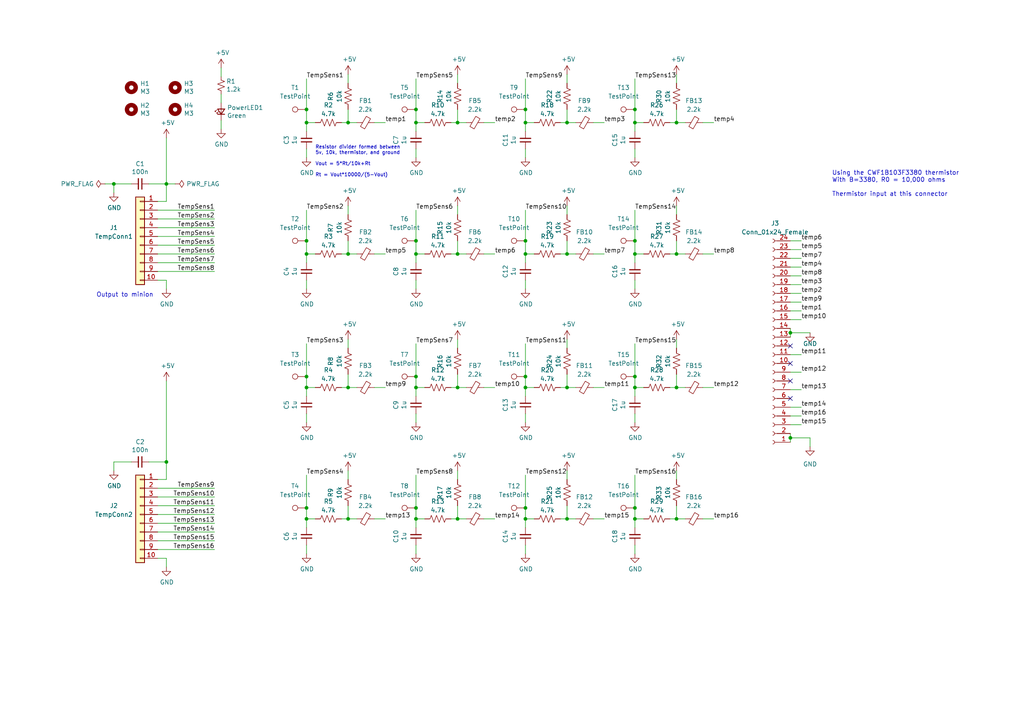
<source format=kicad_sch>
(kicad_sch (version 20211123) (generator eeschema)
  (paper "A4")
  (title_block (title "MinionShield") (date "10/8/22") (rev "2.2"))
  (junction (at 88.9 112.395))
  (junction (at 184.15 73.66))
  (junction (at 164.465 112.395))
  (junction (at 184.15 147.32))
  (junction (at 132.715 35.56))
  (junction (at 196.215 150.495))
  (junction (at 88.9 31.75))
  (junction (at 120.65 35.56))
  (junction (at 184.15 35.56))
  (junction (at 48.26 133.985))
  (junction (at 88.9 73.66))
  (junction (at 196.215 73.66))
  (junction (at 48.26 53.34))
  (junction (at 152.4 112.395))
  (junction (at 120.65 109.22))
  (junction (at 132.715 150.495))
  (junction (at 120.65 147.32))
  (junction (at 184.15 112.395))
  (junction (at 100.965 35.56))
  (junction (at 88.9 109.22))
  (junction (at 120.65 150.495))
  (junction (at 100.965 112.395))
  (junction (at 120.65 69.85))
  (junction (at 152.4 35.56))
  (junction (at 33.02 53.34))
  (junction (at 88.9 147.32))
  (junction (at 152.4 150.495))
  (junction (at 184.15 150.495))
  (junction (at 152.4 147.32))
  (junction (at 100.965 150.495))
  (junction (at 132.715 112.395))
  (junction (at 184.15 31.75))
  (junction (at 196.215 112.395))
  (junction (at 152.4 31.75))
  (junction (at 88.9 150.495))
  (junction (at 164.465 35.56))
  (junction (at 184.15 109.22))
  (junction (at 152.4 69.85))
  (junction (at 229.235 127))
  (junction (at 184.15 69.85))
  (junction (at 164.465 73.66))
  (junction (at 100.965 73.66))
  (junction (at 120.65 112.395))
  (junction (at 152.4 109.22))
  (junction (at 120.65 73.66))
  (junction (at 196.215 35.56))
  (junction (at 164.465 150.495))
  (junction (at 229.235 96.52))
  (junction (at 132.715 73.66))
  (junction (at 120.65 31.75))
  (junction (at 152.4 73.66))
  (junction (at 88.9 69.85))
  (junction (at 88.9 35.56))
  (no_connect (at 229.235 100.33))
  (no_connect (at 229.235 105.41))
  (no_connect (at 229.235 110.49))
  (no_connect (at 229.235 115.57))
  (wire (pts (xy 186.69 73.66) (xy 184.15 73.66)))
  (wire (pts (xy 130.81 35.56) (xy 132.715 35.56)))
  (wire (pts (xy 184.15 73.66) (xy 184.15 76.2)))
  (wire (pts (xy 184.15 99.695) (xy 184.15 109.22)))
  (wire (pts (xy 64.135 19.685) (xy 64.135 22.225)))
  (wire (pts (xy 108.585 35.56) (xy 111.76 35.56)))
  (wire (pts (xy 229.235 95.25) (xy 229.235 96.52)))
  (wire (pts (xy 184.15 112.395) (xy 184.15 114.935)))
  (wire (pts (xy 152.4 147.32) (xy 152.4 150.495)))
  (wire (pts (xy 100.965 21.59) (xy 100.965 24.13)))
  (wire (pts (xy 184.15 120.015) (xy 184.15 122.555)))
  (wire (pts (xy 45.72 66.04) (xy 62.23 66.04)))
  (wire (pts (xy 232.41 74.93) (xy 229.235 74.93)))
  (wire (pts (xy 196.215 73.66) (xy 198.755 73.66)))
  (wire (pts (xy 120.65 43.18) (xy 120.65 45.72)))
  (wire (pts (xy 196.215 98.425) (xy 196.215 100.965)))
  (wire (pts (xy 184.15 137.795) (xy 184.15 147.32)))
  (wire (pts (xy 186.69 112.395) (xy 184.15 112.395)))
  (wire (pts (xy 162.56 35.56) (xy 164.465 35.56)))
  (wire (pts (xy 232.41 102.87) (xy 229.235 102.87)))
  (wire (pts (xy 108.585 150.495) (xy 111.76 150.495)))
  (wire (pts (xy 172.085 150.495) (xy 175.26 150.495)))
  (wire (pts (xy 100.965 69.85) (xy 100.965 73.66)))
  (wire (pts (xy 184.15 158.115) (xy 184.15 160.655)))
  (wire (pts (xy 33.02 133.985) (xy 33.02 136.525)))
  (wire (pts (xy 33.02 53.34) (xy 33.02 55.88)))
  (wire (pts (xy 132.715 150.495) (xy 135.255 150.495)))
  (wire (pts (xy 164.465 21.59) (xy 164.465 24.13)))
  (wire (pts (xy 196.215 136.525) (xy 196.215 139.065)))
  (wire (pts (xy 45.72 156.845) (xy 62.23 156.845)))
  (wire (pts (xy 229.235 127) (xy 234.95 127)))
  (wire (pts (xy 172.085 73.66) (xy 175.26 73.66)))
  (wire (pts (xy 194.31 112.395) (xy 196.215 112.395)))
  (wire (pts (xy 30.48 53.34) (xy 33.02 53.34)))
  (wire (pts (xy 88.9 158.115) (xy 88.9 160.655)))
  (wire (pts (xy 91.44 35.56) (xy 88.9 35.56)))
  (wire (pts (xy 99.06 112.395) (xy 100.965 112.395)))
  (wire (pts (xy 48.26 133.985) (xy 48.26 139.065)))
  (wire (pts (xy 91.44 112.395) (xy 88.9 112.395)))
  (wire (pts (xy 232.41 92.71) (xy 229.235 92.71)))
  (wire (pts (xy 184.15 22.86) (xy 184.15 31.75)))
  (wire (pts (xy 154.94 150.495) (xy 152.4 150.495)))
  (wire (pts (xy 140.335 73.66) (xy 143.51 73.66)))
  (wire (pts (xy 88.9 43.18) (xy 88.9 45.72)))
  (wire (pts (xy 48.26 53.34) (xy 43.18 53.34)))
  (wire (pts (xy 152.4 73.66) (xy 152.4 76.2)))
  (wire (pts (xy 48.26 83.82) (xy 48.26 81.28)))
  (wire (pts (xy 99.06 150.495) (xy 100.965 150.495)))
  (wire (pts (xy 88.9 31.75) (xy 88.9 35.56)))
  (wire (pts (xy 194.31 35.56) (xy 196.215 35.56)))
  (wire (pts (xy 48.26 161.925) (xy 45.72 161.925)))
  (wire (pts (xy 132.715 21.59) (xy 132.715 24.13)))
  (wire (pts (xy 232.41 77.47) (xy 229.235 77.47)))
  (wire (pts (xy 100.965 108.585) (xy 100.965 112.395)))
  (wire (pts (xy 184.15 60.96) (xy 184.15 69.85)))
  (wire (pts (xy 184.15 147.32) (xy 184.15 150.495)))
  (wire (pts (xy 88.9 73.66) (xy 88.9 76.2)))
  (wire (pts (xy 132.715 98.425) (xy 132.715 100.965)))
  (wire (pts (xy 132.715 31.75) (xy 132.715 35.56)))
  (wire (pts (xy 152.4 158.115) (xy 152.4 160.655)))
  (wire (pts (xy 164.465 69.85) (xy 164.465 73.66)))
  (wire (pts (xy 48.26 133.985) (xy 43.18 133.985)))
  (wire (pts (xy 99.06 73.66) (xy 100.965 73.66)))
  (wire (pts (xy 196.215 112.395) (xy 198.755 112.395)))
  (wire (pts (xy 100.965 73.66) (xy 103.505 73.66)))
  (wire (pts (xy 152.4 137.795) (xy 152.4 147.32)))
  (wire (pts (xy 152.4 22.86) (xy 152.4 31.75)))
  (wire (pts (xy 232.41 69.85) (xy 229.235 69.85)))
  (wire (pts (xy 232.41 107.95) (xy 229.235 107.95)))
  (wire (pts (xy 120.65 73.66) (xy 120.65 76.2)))
  (wire (pts (xy 232.41 123.19) (xy 229.235 123.19)))
  (wire (pts (xy 164.465 112.395) (xy 167.005 112.395)))
  (wire (pts (xy 108.585 112.395) (xy 111.76 112.395)))
  (wire (pts (xy 62.23 141.605) (xy 45.72 141.605)))
  (wire (pts (xy 232.41 87.63) (xy 229.235 87.63)))
  (wire (pts (xy 100.965 146.685) (xy 100.965 150.495)))
  (wire (pts (xy 62.23 60.96) (xy 45.72 60.96)))
  (wire (pts (xy 88.9 147.32) (xy 88.9 150.495)))
  (wire (pts (xy 88.9 60.96) (xy 88.9 69.85)))
  (wire (pts (xy 88.9 69.85) (xy 88.9 73.66)))
  (wire (pts (xy 132.715 59.69) (xy 132.715 62.23)))
  (wire (pts (xy 140.335 35.56) (xy 143.51 35.56)))
  (wire (pts (xy 91.44 73.66) (xy 88.9 73.66)))
  (wire (pts (xy 100.965 31.75) (xy 100.965 35.56)))
  (wire (pts (xy 203.835 112.395) (xy 207.01 112.395)))
  (wire (pts (xy 120.65 69.85) (xy 120.65 73.66)))
  (wire (pts (xy 140.335 150.495) (xy 143.51 150.495)))
  (wire (pts (xy 45.72 76.2) (xy 62.23 76.2)))
  (wire (pts (xy 48.26 110.49) (xy 48.26 133.985)))
  (wire (pts (xy 203.835 35.56) (xy 207.01 35.56)))
  (wire (pts (xy 229.235 96.52) (xy 234.95 96.52)))
  (wire (pts (xy 152.4 150.495) (xy 152.4 153.035)))
  (wire (pts (xy 132.715 73.66) (xy 135.255 73.66)))
  (wire (pts (xy 48.26 81.28) (xy 45.72 81.28)))
  (wire (pts (xy 184.15 69.85) (xy 184.15 73.66)))
  (wire (pts (xy 64.135 37.465) (xy 64.135 34.925)))
  (wire (pts (xy 196.215 150.495) (xy 198.755 150.495)))
  (wire (pts (xy 164.465 146.685) (xy 164.465 150.495)))
  (wire (pts (xy 120.65 35.56) (xy 120.65 38.1)))
  (wire (pts (xy 196.215 21.59) (xy 196.215 24.13)))
  (wire (pts (xy 162.56 150.495) (xy 164.465 150.495)))
  (wire (pts (xy 120.65 60.96) (xy 120.65 69.85)))
  (wire (pts (xy 120.65 99.695) (xy 120.65 109.22)))
  (wire (pts (xy 48.26 58.42) (xy 45.72 58.42)))
  (wire (pts (xy 164.465 73.66) (xy 167.005 73.66)))
  (wire (pts (xy 152.4 35.56) (xy 152.4 38.1)))
  (wire (pts (xy 164.465 98.425) (xy 164.465 100.965)))
  (wire (pts (xy 64.135 29.845) (xy 64.135 27.305)))
  (wire (pts (xy 132.715 136.525) (xy 132.715 139.065)))
  (wire (pts (xy 132.715 112.395) (xy 135.255 112.395)))
  (wire (pts (xy 164.465 59.69) (xy 164.465 62.23)))
  (wire (pts (xy 196.215 146.685) (xy 196.215 150.495)))
  (wire (pts (xy 152.4 112.395) (xy 152.4 114.935)))
  (wire (pts (xy 196.215 59.69) (xy 196.215 62.23)))
  (wire (pts (xy 120.65 109.22) (xy 120.65 112.395)))
  (wire (pts (xy 38.1 133.985) (xy 33.02 133.985)))
  (wire (pts (xy 164.465 35.56) (xy 167.005 35.56)))
  (wire (pts (xy 229.235 127) (xy 229.235 128.27)))
  (wire (pts (xy 184.15 43.18) (xy 184.15 45.72)))
  (wire (pts (xy 120.65 158.115) (xy 120.65 160.655)))
  (wire (pts (xy 45.72 159.385) (xy 62.23 159.385)))
  (wire (pts (xy 184.15 109.22) (xy 184.15 112.395)))
  (wire (pts (xy 154.94 35.56) (xy 152.4 35.56)))
  (wire (pts (xy 184.15 150.495) (xy 184.15 153.035)))
  (wire (pts (xy 48.26 40.005) (xy 48.26 53.34)))
  (wire (pts (xy 123.19 73.66) (xy 120.65 73.66)))
  (wire (pts (xy 88.9 109.22) (xy 88.9 112.395)))
  (wire (pts (xy 234.95 127) (xy 234.95 129.54)))
  (wire (pts (xy 45.72 68.58) (xy 62.23 68.58)))
  (wire (pts (xy 172.085 35.56) (xy 175.26 35.56)))
  (wire (pts (xy 100.965 35.56) (xy 103.505 35.56)))
  (wire (pts (xy 232.41 120.65) (xy 229.235 120.65)))
  (wire (pts (xy 162.56 73.66) (xy 164.465 73.66)))
  (wire (pts (xy 48.26 53.34) (xy 48.26 58.42)))
  (wire (pts (xy 100.965 59.69) (xy 100.965 62.23)))
  (wire (pts (xy 120.65 22.86) (xy 120.65 31.75)))
  (wire (pts (xy 88.9 99.695) (xy 88.9 109.22)))
  (wire (pts (xy 232.41 72.39) (xy 229.235 72.39)))
  (wire (pts (xy 132.715 146.685) (xy 132.715 150.495)))
  (wire (pts (xy 140.335 112.395) (xy 143.51 112.395)))
  (wire (pts (xy 172.085 112.395) (xy 175.26 112.395)))
  (wire (pts (xy 132.715 69.85) (xy 132.715 73.66)))
  (wire (pts (xy 194.31 150.495) (xy 196.215 150.495)))
  (wire (pts (xy 45.72 146.685) (xy 62.23 146.685)))
  (wire (pts (xy 152.4 120.015) (xy 152.4 122.555)))
  (wire (pts (xy 123.19 112.395) (xy 120.65 112.395)))
  (wire (pts (xy 123.19 35.56) (xy 120.65 35.56)))
  (wire (pts (xy 45.72 63.5) (xy 62.23 63.5)))
  (wire (pts (xy 196.215 69.85) (xy 196.215 73.66)))
  (wire (pts (xy 120.65 147.32) (xy 120.65 150.495)))
  (wire (pts (xy 100.965 98.425) (xy 100.965 100.965)))
  (wire (pts (xy 184.15 31.75) (xy 184.15 35.56)))
  (wire (pts (xy 130.81 150.495) (xy 132.715 150.495)))
  (wire (pts (xy 152.4 60.96) (xy 152.4 69.85)))
  (wire (pts (xy 232.41 82.55) (xy 229.235 82.55)))
  (wire (pts (xy 120.65 31.75) (xy 120.65 35.56)))
  (wire (pts (xy 45.72 154.305) (xy 62.23 154.305)))
  (wire (pts (xy 45.72 73.66) (xy 62.23 73.66)))
  (wire (pts (xy 232.41 90.17) (xy 229.235 90.17)))
  (wire (pts (xy 132.715 108.585) (xy 132.715 112.395)))
  (wire (pts (xy 194.31 73.66) (xy 196.215 73.66)))
  (wire (pts (xy 91.44 150.495) (xy 88.9 150.495)))
  (wire (pts (xy 232.41 80.01) (xy 229.235 80.01)))
  (wire (pts (xy 120.65 112.395) (xy 120.65 114.935)))
  (wire (pts (xy 232.41 118.11) (xy 229.235 118.11)))
  (wire (pts (xy 186.69 35.56) (xy 184.15 35.56)))
  (wire (pts (xy 88.9 81.28) (xy 88.9 83.82)))
  (wire (pts (xy 120.65 120.015) (xy 120.65 122.555)))
  (wire (pts (xy 203.835 150.495) (xy 207.01 150.495)))
  (wire (pts (xy 100.965 150.495) (xy 103.505 150.495)))
  (wire (pts (xy 45.72 144.145) (xy 62.23 144.145)))
  (wire (pts (xy 45.72 71.12) (xy 62.23 71.12)))
  (wire (pts (xy 88.9 112.395) (xy 88.9 114.935)))
  (wire (pts (xy 229.235 125.73) (xy 229.235 127)))
  (wire (pts (xy 88.9 35.56) (xy 88.9 38.1)))
  (wire (pts (xy 38.1 53.34) (xy 33.02 53.34)))
  (wire (pts (xy 154.94 73.66) (xy 152.4 73.66)))
  (wire (pts (xy 164.465 31.75) (xy 164.465 35.56)))
  (wire (pts (xy 88.9 150.495) (xy 88.9 153.035)))
  (wire (pts (xy 108.585 73.66) (xy 111.76 73.66)))
  (wire (pts (xy 162.56 112.395) (xy 164.465 112.395)))
  (wire (pts (xy 88.9 120.015) (xy 88.9 122.555)))
  (wire (pts (xy 186.69 150.495) (xy 184.15 150.495)))
  (wire (pts (xy 130.81 73.66) (xy 132.715 73.66)))
  (wire (pts (xy 196.215 108.585) (xy 196.215 112.395)))
  (wire (pts (xy 48.26 164.465) (xy 48.26 161.925)))
  (wire (pts (xy 152.4 43.18) (xy 152.4 45.72)))
  (wire (pts (xy 196.215 35.56) (xy 198.755 35.56)))
  (wire (pts (xy 152.4 31.75) (xy 152.4 35.56)))
  (wire (pts (xy 232.41 85.09) (xy 229.235 85.09)))
  (wire (pts (xy 232.41 113.03) (xy 229.235 113.03)))
  (wire (pts (xy 229.235 96.52) (xy 229.235 97.79)))
  (wire (pts (xy 130.81 112.395) (xy 132.715 112.395)))
  (wire (pts (xy 152.4 99.695) (xy 152.4 109.22)))
  (wire (pts (xy 184.15 35.56) (xy 184.15 38.1)))
  (wire (pts (xy 164.465 108.585) (xy 164.465 112.395)))
  (wire (pts (xy 88.9 22.86) (xy 88.9 31.75)))
  (wire (pts (xy 48.26 139.065) (xy 45.72 139.065)))
  (wire (pts (xy 45.72 149.225) (xy 62.23 149.225)))
  (wire (pts (xy 164.465 150.495) (xy 167.005 150.495)))
  (wire (pts (xy 123.19 150.495) (xy 120.65 150.495)))
  (wire (pts (xy 164.465 136.525) (xy 164.465 139.065)))
  (wire (pts (xy 100.965 112.395) (xy 103.505 112.395)))
  (wire (pts (xy 152.4 81.28) (xy 152.4 83.82)))
  (wire (pts (xy 99.06 35.56) (xy 100.965 35.56)))
  (wire (pts (xy 152.4 69.85) (xy 152.4 73.66)))
  (wire (pts (xy 196.215 31.75) (xy 196.215 35.56)))
  (wire (pts (xy 120.65 137.795) (xy 120.65 147.32)))
  (wire (pts (xy 100.965 136.525) (xy 100.965 139.065)))
  (wire (pts (xy 120.65 81.28) (xy 120.65 83.82)))
  (wire (pts (xy 45.72 151.765) (xy 62.23 151.765)))
  (wire (pts (xy 184.15 81.28) (xy 184.15 83.82)))
  (wire (pts (xy 203.835 73.66) (xy 207.01 73.66)))
  (wire (pts (xy 50.8 53.34) (xy 48.26 53.34)))
  (wire (pts (xy 154.94 112.395) (xy 152.4 112.395)))
  (wire (pts (xy 45.72 78.74) (xy 62.23 78.74)))
  (wire (pts (xy 132.715 35.56) (xy 135.255 35.56)))
  (wire (pts (xy 88.9 137.795) (xy 88.9 147.32)))
  (wire (pts (xy 120.65 150.495) (xy 120.65 153.035)))
  (wire (pts (xy 152.4 109.22) (xy 152.4 112.395)))
  (text "Using the CWF1B103F3380 thermistor\nWith B=3380, R0 = 10,000 ohms\n\nThermistor input at this connector" (at 241.3 57.15 0) (effects (font (size 1.27 1.27)) (justify left bottom)))
  (text "Output to minion" (at 27.94 86.36 0) (effects (font (size 1.27 1.27)) (justify left bottom)))
  (text "Resistor divider formed between \n5v, 10k, thermistor, and ground\n\nVout = 5*Rt/10k+Rt\n\nRt = Vout*10000/(5-Vout)" (at 91.44 51.435 0) (effects (font (size 1 1)) (justify left bottom)))
  (label "temp16" (at 207.01 150.495 0))
  (label "TempSens15" (at 62.23 156.845 180))
  (label "TempSens2" (at 88.9 60.96 0))
  (label "TempSens3" (at 62.23 66.04 180))
  (label "TempSens7" (at 120.65 99.695 0))
  (label "temp2" (at 232.41 85.09 0))
  (label "temp5" (at 111.76 73.66 0))
  (label "temp9" (at 111.76 112.395 0))
  (label "TempSens13" (at 184.15 22.86 0))
  (label "temp12" (at 232.41 107.95 0))
  (label "TempSens8" (at 62.23 78.74 180))
  (label "TempSens12" (at 152.4 137.795 0))
  (label "TempSens13" (at 62.23 151.765 180))
  (label "temp5" (at 232.41 72.39 0))
  (label "temp15" (at 232.41 123.19 0))
  (label "temp15" (at 175.26 150.495 0))
  (label "TempSens1" (at 62.23 60.96 180))
  (label "temp8" (at 232.41 80.01 0))
  (label "TempSens9" (at 152.4 22.86 0))
  (label "TempSens11" (at 62.23 146.685 180))
  (label "TempSens4" (at 88.9 137.795 0))
  (label "TempSens16" (at 62.23 159.385 180))
  (label "TempSens9" (at 62.23 141.605 180))
  (label "temp13" (at 111.76 150.495 0))
  (label "TempSens8" (at 120.65 137.795 0))
  (label "temp3" (at 232.41 82.55 0))
  (label "temp11" (at 175.26 112.395 0))
  (label "temp10" (at 143.51 112.395 0))
  (label "TempSens14" (at 62.23 154.305 180))
  (label "TempSens12" (at 62.23 149.225 180))
  (label "TempSens10" (at 152.4 60.96 0))
  (label "temp1" (at 232.41 90.17 0))
  (label "TempSens10" (at 62.23 144.145 180))
  (label "temp2" (at 143.51 35.56 0))
  (label "temp7" (at 175.26 73.66 0))
  (label "temp14" (at 143.51 150.495 0))
  (label "temp12" (at 207.01 112.395 0))
  (label "temp6" (at 232.41 69.85 0))
  (label "TempSens5" (at 120.65 22.86 0))
  (label "temp13" (at 232.41 113.03 0))
  (label "temp16" (at 232.41 120.65 0))
  (label "TempSens11" (at 152.4 99.695 0))
  (label "TempSens15" (at 184.15 99.695 0))
  (label "temp4" (at 207.01 35.56 0))
  (label "TempSens1" (at 88.9 22.86 0))
  (label "TempSens14" (at 184.15 60.96 0))
  (label "temp6" (at 143.51 73.66 0))
  (label "TempSens4" (at 62.23 68.58 180))
  (label "TempSens3" (at 88.9 99.695 0))
  (label "temp11" (at 232.41 102.87 0))
  (label "temp1" (at 111.76 35.56 0))
  (label "temp3" (at 175.26 35.56 0))
  (label "TempSens16" (at 184.15 137.795 0))
  (label "temp14" (at 232.41 118.11 0))
  (label "TempSens2" (at 62.23 63.5 180))
  (label "temp9" (at 232.41 87.63 0))
  (label "TempSens7" (at 62.23 76.2 180))
  (label "TempSens6" (at 62.23 73.66 180))
  (label "TempSens6" (at 120.65 60.96 0))
  (label "TempSens5" (at 62.23 71.12 180))
  (label "temp8" (at 207.01 73.66 0))
  (label "temp7" (at 232.41 74.93 0))
  (label "temp10" (at 232.41 92.71 0))
  (label "temp4" (at 232.41 77.47 0))
  (symbol (lib_id "Connector_Generic:Conn_01x10") (at 40.64 149.225 0) (mirror y) (unit 1)
    (property "Reference" "J2" (at 33.02 146.685 0))
    (property "Value" "TempConn2" (at 33.02 149.225 0))
    (property "Footprint" "Connector_PinHeader_2.54mm:PinHeader_1x10_P2.54mm_Vertical" (effects hide))
  )
  (symbol (lib_id "power:+5V") (at 48.26 110.49 0) (unit 1)
    (property "Reference" "#PWR05" (effects hide))
    (property "Value" "+5V" (at 48.641 106.0958 0))
  )
  (symbol (lib_id "power:GND") (at 48.26 164.465 0) (unit 1)
    (property "Reference" "#PWR06" (effects hide))
    (property "Value" "GND" (at 48.387 168.8592 0))
  )
  (symbol (lib_id "power:GND") (at 33.02 136.525 0) (unit 1)
    (property "Reference" "#PWR02" (effects hide))
    (property "Value" "GND" (at 33.147 140.9192 0))
  )
  (symbol (lib_id "Connector_Generic:Conn_01x10") (at 40.64 68.58 0) (mirror y) (unit 1)
    (property "Reference" "J1" (at 33.02 66.04 0))
    (property "Value" "TempConn1" (at 33.02 68.58 0))
    (property "Footprint" "Connector_PinHeader_2.54mm:PinHeader_1x10_P2.54mm_Vertical" (effects hide))
  )
  (symbol (lib_id "Device:C_Small") (at 40.64 53.34 270) (unit 1)
    (property "Reference" "C1" (at 40.64 47.5234 90))
    (property "Value" "100n" (at 40.64 49.8348 90))
    (property "Footprint" "Capacitor_SMD:C_0805_2012Metric" (effects hide))
    (property "Datasheet" "https://www.mouser.com/ProductDetail/KEMET/C0805C104K5RAC?qs=r%2FVmNO8Tjq4%2F8ymSnGP6Jw%3D%3D" (effects hide))
  )
  (symbol (lib_id "power:GND") (at 33.02 55.88 0) (unit 1)
    (property "Reference" "#PWR01" (effects hide))
    (property "Value" "GND" (at 33.147 60.2742 0))
  )
  (symbol (lib_id "power:GND") (at 48.26 83.82 0) (unit 1)
    (property "Reference" "#PWR04" (effects hide))
    (property "Value" "GND" (at 48.387 88.2142 0))
  )
  (symbol (lib_id "power:+5V") (at 48.26 40.005 0) (unit 1)
    (property "Reference" "#PWR03" (effects hide))
    (property "Value" "+5V" (at 48.641 35.6108 0))
  )
  (symbol (lib_id "power:PWR_FLAG") (at 50.8 53.34 270) (unit 1)
    (property "Reference" "#FLG02" (effects hide))
    (property "Value" "PWR_FLAG" (at 54.0512 53.34 90) (effects (justify left)))
  )
  (symbol (lib_id "power:PWR_FLAG") (at 30.48 53.34 90) (unit 1)
    (property "Reference" "#FLG01" (effects hide))
    (property "Value" "PWR_FLAG" (at 27.2542 53.34 90) (effects (justify left)))
  )
  (symbol (lib_id "Mechanical:MountingHole") (at 38.1 25.4 0) (unit 1)
    (property "Reference" "H1" (at 40.64 24.2316 0) (effects (justify left)))
    (property "Value" "M3" (at 40.64 26.543 0) (effects (justify left)))
    (property "Footprint" "MountingHole:MountingHole_3mm" (effects hide))
  )
  (symbol (lib_id "Mechanical:MountingHole") (at 50.8 25.4 0) (unit 1)
    (property "Reference" "H3" (at 53.34 24.2316 0) (effects (justify left)))
    (property "Value" "M3" (at 53.34 26.543 0) (effects (justify left)))
    (property "Footprint" "MountingHole:MountingHole_3mm" (effects hide))
  )
  (symbol (lib_id "Mechanical:MountingHole") (at 38.1 31.75 0) (unit 1)
    (property "Reference" "H2" (at 40.64 30.5816 0) (effects (justify left)))
    (property "Value" "M3" (at 40.64 32.893 0) (effects (justify left)))
    (property "Footprint" "MountingHole:MountingHole_3mm" (effects hide))
  )
  (symbol (lib_id "Mechanical:MountingHole") (at 50.8 31.75 0) (unit 1)
    (property "Reference" "H4" (at 53.34 30.5816 0) (effects (justify left)))
    (property "Value" "M3" (at 53.34 32.893 0) (effects (justify left)))
    (property "Footprint" "MountingHole:MountingHole_3mm" (effects hide))
  )
  (symbol (lib_id "Device:R_Small_US") (at 64.135 24.765 0) (unit 1)
    (property "Reference" "R1" (at 65.6336 23.5966 0) (effects (justify left)))
    (property "Value" "1.2k" (at 65.6336 25.908 0) (effects (justify left)))
    (property "Footprint" "Resistor_SMD:R_0805_2012Metric" (effects hide))
  )
  (symbol (lib_id "Device:LED_Small") (at 64.135 32.385 90) (unit 1)
    (property "Reference" "PowerLED1" (at 65.8622 31.2166 90) (effects (justify right)))
    (property "Value" "Green" (at 65.8622 33.528 90) (effects (justify right)))
    (property "Footprint" "LED_SMD:LED_0805_2012Metric" (effects hide))
  )
  (symbol (lib_id "power:GND") (at 64.135 37.465 0) (unit 1)
    (property "Reference" "#PWR08" (effects hide))
    (property "Value" "GND" (at 64.262 41.8592 0))
  )
  (symbol (lib_id "power:+5V") (at 64.135 19.685 0) (unit 1)
    (property "Reference" "#PWR07" (effects hide))
    (property "Value" "+5V" (at 64.516 15.2908 0))
  )
  (symbol (lib_id "power:GND") (at 88.9 45.72 0) (unit 1)
    (property "Reference" "#PWR09" (effects hide))
    (property "Value" "GND" (at 89.027 50.1142 0))
  )
  (symbol (lib_id "power:+5V") (at 100.965 21.59 0) (unit 1)
    (property "Reference" "#PWR013" (effects hide))
    (property "Value" "+5V" (at 101.346 17.1958 0))
  )
  (symbol (lib_id "Device:R_US") (at 132.715 104.775 180) (unit 1)
    (property "Reference" "R16" (at 127.635 104.775 90))
    (property "Value" "10k" (at 130.175 104.775 90))
    (property "Footprint" "Resistor_SMD:R_0603_1608Metric" (effects hide))
  )
  (symbol (lib_id "Device:FerriteBead_Small") (at 169.545 73.66 90) (unit 1)
    (property "Reference" "FB10" (at 169.5069 67.31 90))
    (property "Value" "2.2k" (at 169.5069 69.85 90))
    (property "Footprint" "Inductor_SMD:L_0805_2012Metric" (effects hide))
    (property "Datasheet" "https://www.digikey.com/en/products/detail/laird-signal-integrity-products/HZ0805B222R-10/1236418" (effects hide))
  )
  (symbol (lib_id "Device:R_US") (at 164.465 104.775 180) (unit 1)
    (property "Reference" "R24" (at 159.385 104.775 90))
    (property "Value" "10k" (at 161.925 104.775 90))
    (property "Footprint" "Resistor_SMD:R_0603_1608Metric" (effects hide))
  )
  (symbol (lib_id "Device:C_Small") (at 88.9 40.64 180) (unit 1)
    (property "Reference" "C3" (at 83.0834 40.64 90))
    (property "Value" "1u" (at 85.3948 40.64 90))
    (property "Footprint" "Capacitor_SMD:C_0805_2012Metric" (effects hide))
    (property "Datasheet" "https://www.mouser.com/ProductDetail/KEMET/C0805C105Z4VAC?qs=sGAEpiMZZMsh%252B1woXyUXj53JFndUemCNdo3uFuGOdnU%3D" (effects hide))
  )
  (symbol (lib_id "power:GND") (at 88.9 122.555 0) (unit 1)
    (property "Reference" "#PWR011" (effects hide))
    (property "Value" "GND" (at 89.027 126.9492 0))
  )
  (symbol (lib_id "power:+5V") (at 164.465 98.425 0) (unit 1)
    (property "Reference" "#PWR031" (effects hide))
    (property "Value" "+5V" (at 164.846 94.0308 0))
  )
  (symbol (lib_id "power:GND") (at 234.95 129.54 0) (mirror y) (unit 1)
    (property "Reference" "#PWR042" (effects hide))
    (property "Value" "GND" (at 234.95 134.62 0))
  )
  (symbol (lib_id "Device:R_US") (at 164.465 142.875 180) (unit 1)
    (property "Reference" "R25" (at 159.385 142.875 90))
    (property "Value" "10k" (at 161.925 142.875 90))
    (property "Footprint" "Resistor_SMD:R_0603_1608Metric" (effects hide))
  )
  (symbol (lib_id "Device:R_US") (at 100.965 142.875 180) (unit 1)
    (property "Reference" "R9" (at 95.885 142.875 90))
    (property "Value" "10k" (at 98.425 142.875 90))
    (property "Footprint" "Resistor_SMD:R_0603_1608Metric" (effects hide))
  )
  (symbol (lib_id "Device:FerriteBead_Small") (at 106.045 73.66 90) (unit 1)
    (property "Reference" "FB2" (at 106.0069 67.31 90))
    (property "Value" "2.2k" (at 106.0069 69.85 90))
    (property "Footprint" "Inductor_SMD:L_0805_2012Metric" (effects hide))
    (property "Datasheet" "https://www.digikey.com/en/products/detail/laird-signal-integrity-products/HZ0805B222R-10/1236418" (effects hide))
  )
  (symbol (lib_id "power:+5V") (at 132.715 21.59 0) (unit 1)
    (property "Reference" "#PWR021" (effects hide))
    (property "Value" "+5V" (at 133.096 17.1958 0))
  )
  (symbol (lib_id "Connector:TestPoint") (at 184.15 109.22 90) (unit 1)
    (property "Reference" "T15" (at 180.848 102.87 90))
    (property "Value" "TestPoint" (at 180.848 105.41 90))
    (property "Footprint" "TestPoint:TestPoint_THTPad_D1.5mm_Drill0.7mm" (effects hide))
  )
  (symbol (lib_id "Device:C_Small") (at 184.15 40.64 180) (unit 1)
    (property "Reference" "C15" (at 178.3334 40.64 90))
    (property "Value" "1u" (at 180.6448 40.64 90))
    (property "Footprint" "Capacitor_SMD:C_0805_2012Metric" (effects hide))
    (property "Datasheet" "https://www.mouser.com/ProductDetail/KEMET/C0805C105Z4VAC?qs=sGAEpiMZZMsh%252B1woXyUXj53JFndUemCNdo3uFuGOdnU%3D" (effects hide))
  )
  (symbol (lib_id "Device:C_Small") (at 184.15 78.74 180) (unit 1)
    (property "Reference" "C16" (at 178.3334 78.74 90))
    (property "Value" "1u" (at 180.6448 78.74 90))
    (property "Footprint" "Capacitor_SMD:C_0805_2012Metric" (effects hide))
    (property "Datasheet" "https://www.mouser.com/ProductDetail/KEMET/C0805C105Z4VAC?qs=sGAEpiMZZMsh%252B1woXyUXj53JFndUemCNdo3uFuGOdnU%3D" (effects hide))
  )
  (symbol (lib_id "Device:R_US") (at 196.215 66.04 180) (unit 1)
    (property "Reference" "R31" (at 191.135 66.04 90))
    (property "Value" "10k" (at 193.675 66.04 90))
    (property "Footprint" "Resistor_SMD:R_0603_1608Metric" (effects hide))
  )
  (symbol (lib_id "Device:R_US") (at 196.215 142.875 180) (unit 1)
    (property "Reference" "R33" (at 191.135 142.875 90))
    (property "Value" "10k" (at 193.675 142.875 90))
    (property "Footprint" "Resistor_SMD:R_0603_1608Metric" (effects hide))
  )
  (symbol (lib_id "Connector:TestPoint") (at 88.9 69.85 90) (unit 1)
    (property "Reference" "T2" (at 85.598 63.5 90))
    (property "Value" "TestPoint" (at 85.598 66.04 90))
    (property "Footprint" "TestPoint:TestPoint_THTPad_D1.5mm_Drill0.7mm" (effects hide))
  )
  (symbol (lib_id "Connector:TestPoint") (at 184.15 31.75 90) (unit 1)
    (property "Reference" "T13" (at 180.848 25.4 90))
    (property "Value" "TestPoint" (at 180.848 27.94 90))
    (property "Footprint" "TestPoint:TestPoint_THTPad_D1.5mm_Drill0.7mm" (effects hide))
  )
  (symbol (lib_id "power:+5V") (at 100.965 136.525 0) (unit 1)
    (property "Reference" "#PWR016" (effects hide))
    (property "Value" "+5V" (at 101.346 132.1308 0))
  )
  (symbol (lib_id "Connector:TestPoint") (at 120.65 109.22 90) (unit 1)
    (property "Reference" "T7" (at 117.348 102.87 90))
    (property "Value" "TestPoint" (at 117.348 105.41 90))
    (property "Footprint" "TestPoint:TestPoint_THTPad_D1.5mm_Drill0.7mm" (effects hide))
  )
  (symbol (lib_id "Connector:TestPoint") (at 152.4 69.85 90) (unit 1)
    (property "Reference" "T10" (at 149.098 63.5 90))
    (property "Value" "TestPoint" (at 149.098 66.04 90))
    (property "Footprint" "TestPoint:TestPoint_THTPad_D1.5mm_Drill0.7mm" (effects hide))
  )
  (symbol (lib_id "Device:FerriteBead_Small") (at 201.295 73.66 90) (unit 1)
    (property "Reference" "FB14" (at 201.2569 67.31 90))
    (property "Value" "2.2k" (at 201.2569 69.85 90))
    (property "Footprint" "Inductor_SMD:L_0805_2012Metric" (effects hide))
    (property "Datasheet" "https://www.digikey.com/en/products/detail/laird-signal-integrity-products/HZ0805B222R-10/1236418" (effects hide))
  )
  (symbol (lib_id "Device:C_Small") (at 88.9 78.74 180) (unit 1)
    (property "Reference" "C4" (at 83.0834 78.74 90))
    (property "Value" "1u" (at 85.3948 78.74 90))
    (property "Footprint" "Capacitor_SMD:C_0805_2012Metric" (effects hide))
    (property "Datasheet" "https://www.mouser.com/ProductDetail/KEMET/C0805C105Z4VAC?qs=sGAEpiMZZMsh%252B1woXyUXj53JFndUemCNdo3uFuGOdnU%3D" (effects hide))
  )
  (symbol (lib_id "Device:FerriteBead_Small") (at 137.795 35.56 90) (unit 1)
    (property "Reference" "FB5" (at 137.7569 29.21 90))
    (property "Value" "2.2k" (at 137.7569 31.75 90))
    (property "Footprint" "Inductor_SMD:L_0805_2012Metric" (effects hide))
    (property "Datasheet" "https://www.digikey.com/en/products/detail/laird-signal-integrity-products/HZ0805B222R-10/1236418" (effects hide))
  )
  (symbol (lib_id "Device:R_US") (at 132.715 142.875 180) (unit 1)
    (property "Reference" "R17" (at 127.635 142.875 90))
    (property "Value" "10k" (at 130.175 142.875 90))
    (property "Footprint" "Resistor_SMD:R_0603_1608Metric" (effects hide))
  )
  (symbol (lib_id "power:+5V") (at 100.965 59.69 0) (unit 1)
    (property "Reference" "#PWR014" (effects hide))
    (property "Value" "+5V" (at 101.346 55.2958 0))
  )
  (symbol (lib_id "Connector:TestPoint") (at 184.15 147.32 90) (unit 1)
    (property "Reference" "T16" (at 180.848 140.97 90))
    (property "Value" "TestPoint" (at 180.848 143.51 90))
    (property "Footprint" "TestPoint:TestPoint_THTPad_D1.5mm_Drill0.7mm" (effects hide))
  )
  (symbol (lib_id "power:GND") (at 184.15 122.555 0) (unit 1)
    (property "Reference" "#PWR035" (effects hide))
    (property "Value" "GND" (at 184.277 126.9492 0))
  )
  (symbol (lib_id "Device:R_US") (at 127 73.66 90) (unit 1)
    (property "Reference" "R11" (at 127 68.58 90))
    (property "Value" "4.7k" (at 127 71.12 90))
    (property "Footprint" "Capacitor_SMD:C_0603_1608Metric" (effects hide))
  )
  (symbol (lib_id "Device:C_Small") (at 152.4 155.575 180) (unit 1)
    (property "Reference" "C14" (at 146.5834 155.575 90))
    (property "Value" "1u" (at 148.8948 155.575 90))
    (property "Footprint" "Capacitor_SMD:C_0805_2012Metric" (effects hide))
    (property "Datasheet" "https://www.mouser.com/ProductDetail/KEMET/C0805C105Z4VAC?qs=sGAEpiMZZMsh%252B1woXyUXj53JFndUemCNdo3uFuGOdnU%3D" (effects hide))
  )
  (symbol (lib_id "power:+5V") (at 196.215 136.525 0) (unit 1)
    (property "Reference" "#PWR040" (effects hide))
    (property "Value" "+5V" (at 196.596 132.1308 0))
  )
  (symbol (lib_id "Connector:Conn_01x24_Female") (at 224.155 100.33 180) (unit 1)
    (property "Reference" "J3" (at 224.79 64.77 0))
    (property "Value" "Conn_01x24_Female" (at 224.79 67.31 0))
    (property "Footprint" "UTSVT_Connectors:PADP-24V-1-S" (effects hide))
    (property "Datasheet" "https://www.digikey.com/en/products/detail/jst-sales-america-inc/PADP-24V-1-S/1300227" (effects hide))
  )
  (symbol (lib_id "Device:R_US") (at 190.5 112.395 90) (unit 1)
    (property "Reference" "R28" (at 190.5 107.315 90))
    (property "Value" "4.7k" (at 190.5 109.855 90))
    (property "Footprint" "Capacitor_SMD:C_0603_1608Metric" (effects hide))
  )
  (symbol (lib_id "Device:FerriteBead_Small") (at 106.045 35.56 90) (unit 1)
    (property "Reference" "FB1" (at 106.0069 29.21 90))
    (property "Value" "2.2k" (at 106.0069 31.75 90))
    (property "Footprint" "Inductor_SMD:L_0805_2012Metric" (effects hide))
    (property "Datasheet" "https://www.digikey.com/en/products/detail/laird-signal-integrity-products/HZ0805B222R-10/1236418" (effects hide))
  )
  (symbol (lib_id "power:GND") (at 120.65 122.555 0) (unit 1)
    (property "Reference" "#PWR019" (effects hide))
    (property "Value" "GND" (at 120.777 126.9492 0))
  )
  (symbol (lib_id "Device:R_US") (at 158.75 112.395 90) (unit 1)
    (property "Reference" "R20" (at 158.75 107.315 90))
    (property "Value" "4.7k" (at 158.75 109.855 90))
    (property "Footprint" "Capacitor_SMD:C_0603_1608Metric" (effects hide))
  )
  (symbol (lib_id "power:+5V") (at 132.715 98.425 0) (unit 1)
    (property "Reference" "#PWR023" (effects hide))
    (property "Value" "+5V" (at 133.096 94.0308 0))
  )
  (symbol (lib_id "Device:R_US") (at 196.215 104.775 180) (unit 1)
    (property "Reference" "R32" (at 191.135 104.775 90))
    (property "Value" "10k" (at 193.675 104.775 90))
    (property "Footprint" "Resistor_SMD:R_0603_1608Metric" (effects hide))
  )
  (symbol (lib_id "Device:C_Small") (at 184.15 117.475 180) (unit 1)
    (property "Reference" "C17" (at 178.3334 117.475 90))
    (property "Value" "1u" (at 180.6448 117.475 90))
    (property "Footprint" "Capacitor_SMD:C_0805_2012Metric" (effects hide))
    (property "Datasheet" "https://www.mouser.com/ProductDetail/KEMET/C0805C105Z4VAC?qs=sGAEpiMZZMsh%252B1woXyUXj53JFndUemCNdo3uFuGOdnU%3D" (effects hide))
  )
  (symbol (lib_id "Device:R_US") (at 164.465 66.04 180) (unit 1)
    (property "Reference" "R23" (at 159.385 66.04 90))
    (property "Value" "10k" (at 161.925 66.04 90))
    (property "Footprint" "Resistor_SMD:R_0603_1608Metric" (effects hide))
  )
  (symbol (lib_id "Device:FerriteBead_Small") (at 169.545 35.56 90) (unit 1)
    (property "Reference" "FB9" (at 169.5069 29.21 90))
    (property "Value" "2.2k" (at 169.5069 31.75 90))
    (property "Footprint" "Inductor_SMD:L_0805_2012Metric" (effects hide))
    (property "Datasheet" "https://www.digikey.com/en/products/detail/laird-signal-integrity-products/HZ0805B222R-10/1236418" (effects hide))
  )
  (symbol (lib_id "Device:R_US") (at 196.215 27.94 180) (unit 1)
    (property "Reference" "R30" (at 191.135 27.94 90))
    (property "Value" "10k" (at 193.675 27.94 90))
    (property "Footprint" "Resistor_SMD:R_0603_1608Metric" (effects hide))
  )
  (symbol (lib_id "Device:R_US") (at 158.75 150.495 90) (unit 1)
    (property "Reference" "R21" (at 158.75 145.415 90))
    (property "Value" "4.7k" (at 158.75 147.955 90))
    (property "Footprint" "Capacitor_SMD:C_0603_1608Metric" (effects hide))
  )
  (symbol (lib_id "Device:R_US") (at 158.75 35.56 90) (unit 1)
    (property "Reference" "R18" (at 158.75 30.48 90))
    (property "Value" "4.7k" (at 158.75 33.02 90))
    (property "Footprint" "Capacitor_SMD:C_0603_1608Metric" (effects hide))
  )
  (symbol (lib_id "Connector:TestPoint") (at 120.65 147.32 90) (unit 1)
    (property "Reference" "T8" (at 117.348 140.97 90))
    (property "Value" "TestPoint" (at 117.348 143.51 90))
    (property "Footprint" "TestPoint:TestPoint_THTPad_D1.5mm_Drill0.7mm" (effects hide))
  )
  (symbol (lib_id "Device:C_Small") (at 40.64 133.985 270) (unit 1)
    (property "Reference" "C2" (at 40.64 128.1684 90))
    (property "Value" "100n" (at 40.64 130.4798 90))
    (property "Footprint" "Capacitor_SMD:C_0805_2012Metric" (effects hide))
    (property "Datasheet" "https://www.mouser.com/ProductDetail/KEMET/C0805C104K5RAC?qs=r%2FVmNO8Tjq4%2F8ymSnGP6Jw%3D%3D" (effects hide))
  )
  (symbol (lib_id "power:GND") (at 152.4 45.72 0) (unit 1)
    (property "Reference" "#PWR025" (effects hide))
    (property "Value" "GND" (at 152.527 50.1142 0))
  )
  (symbol (lib_id "power:GND") (at 152.4 83.82 0) (unit 1)
    (property "Reference" "#PWR026" (effects hide))
    (property "Value" "GND" (at 152.527 88.2142 0))
  )
  (symbol (lib_id "Device:R_US") (at 164.465 27.94 180) (unit 1)
    (property "Reference" "R22" (at 159.385 27.94 90))
    (property "Value" "10k" (at 161.925 27.94 90))
    (property "Footprint" "Resistor_SMD:R_0603_1608Metric" (effects hide))
  )
  (symbol (lib_id "Device:C_Small") (at 152.4 40.64 180) (unit 1)
    (property "Reference" "C11" (at 146.5834 40.64 90))
    (property "Value" "1u" (at 148.8948 40.64 90))
    (property "Footprint" "Capacitor_SMD:C_0805_2012Metric" (effects hide))
    (property "Datasheet" "https://www.mouser.com/ProductDetail/KEMET/C0805C105Z4VAC?qs=sGAEpiMZZMsh%252B1woXyUXj53JFndUemCNdo3uFuGOdnU%3D" (effects hide))
  )
  (symbol (lib_id "Device:FerriteBead_Small") (at 106.045 150.495 90) (unit 1)
    (property "Reference" "FB4" (at 106.0069 144.145 90))
    (property "Value" "2.2k" (at 106.0069 146.685 90))
    (property "Footprint" "Inductor_SMD:L_0805_2012Metric" (effects hide))
    (property "Datasheet" "https://www.digikey.com/en/products/detail/laird-signal-integrity-products/HZ0805B222R-10/1236418" (effects hide))
  )
  (symbol (lib_id "power:GND") (at 88.9 160.655 0) (unit 1)
    (property "Reference" "#PWR012" (effects hide))
    (property "Value" "GND" (at 89.027 165.0492 0))
  )
  (symbol (lib_id "power:+5V") (at 196.215 98.425 0) (unit 1)
    (property "Reference" "#PWR039" (effects hide))
    (property "Value" "+5V" (at 196.596 94.0308 0))
  )
  (symbol (lib_id "Device:R_US") (at 190.5 73.66 90) (unit 1)
    (property "Reference" "R27" (at 190.5 68.58 90))
    (property "Value" "4.7k" (at 190.5 71.12 90))
    (property "Footprint" "Capacitor_SMD:C_0603_1608Metric" (effects hide))
  )
  (symbol (lib_id "Device:C_Small") (at 120.65 117.475 180) (unit 1)
    (property "Reference" "C9" (at 114.8334 117.475 90))
    (property "Value" "1u" (at 117.1448 117.475 90))
    (property "Footprint" "Capacitor_SMD:C_0805_2012Metric" (effects hide))
    (property "Datasheet" "https://www.mouser.com/ProductDetail/KEMET/C0805C105Z4VAC?qs=sGAEpiMZZMsh%252B1woXyUXj53JFndUemCNdo3uFuGOdnU%3D" (effects hide))
  )
  (symbol (lib_id "power:GND") (at 184.15 45.72 0) (unit 1)
    (property "Reference" "#PWR033" (effects hide))
    (property "Value" "GND" (at 184.277 50.1142 0))
  )
  (symbol (lib_id "Connector:TestPoint") (at 120.65 69.85 90) (unit 1)
    (property "Reference" "T6" (at 117.348 63.5 90))
    (property "Value" "TestPoint" (at 117.348 66.04 90))
    (property "Footprint" "TestPoint:TestPoint_THTPad_D1.5mm_Drill0.7mm" (effects hide))
  )
  (symbol (lib_id "power:GND") (at 120.65 83.82 0) (unit 1)
    (property "Reference" "#PWR018" (effects hide))
    (property "Value" "GND" (at 120.777 88.2142 0))
  )
  (symbol (lib_id "power:GND") (at 234.95 96.52 0) (mirror y) (unit 1)
    (property "Reference" "#PWR041" (effects hide))
    (property "Value" "GND" (at 234.95 99.695 0))
  )
  (symbol (lib_id "Device:FerriteBead_Small") (at 137.795 112.395 90) (unit 1)
    (property "Reference" "FB7" (at 137.7569 106.045 90))
    (property "Value" "2.2k" (at 137.7569 108.585 90))
    (property "Footprint" "Inductor_SMD:L_0805_2012Metric" (effects hide))
    (property "Datasheet" "https://www.digikey.com/en/products/detail/laird-signal-integrity-products/HZ0805B222R-10/1236418" (effects hide))
  )
  (symbol (lib_id "Device:R_US") (at 127 35.56 90) (unit 1)
    (property "Reference" "R10" (at 127 30.48 90))
    (property "Value" "4.7k" (at 127 33.02 90))
    (property "Footprint" "Capacitor_SMD:C_0603_1608Metric" (effects hide))
  )
  (symbol (lib_id "Connector:TestPoint") (at 88.9 31.75 90) (unit 1)
    (property "Reference" "T1" (at 85.598 25.4 90))
    (property "Value" "TestPoint" (at 85.598 27.94 90))
    (property "Footprint" "TestPoint:TestPoint_THTPad_D1.5mm_Drill0.7mm" (effects hide))
  )
  (symbol (lib_id "power:+5V") (at 196.215 59.69 0) (unit 1)
    (property "Reference" "#PWR038" (effects hide))
    (property "Value" "+5V" (at 196.596 55.2958 0))
  )
  (symbol (lib_id "Device:R_US") (at 190.5 35.56 90) (unit 1)
    (property "Reference" "R26" (at 190.5 30.48 90))
    (property "Value" "4.7k" (at 190.5 33.02 90))
    (property "Footprint" "Capacitor_SMD:C_0603_1608Metric" (effects hide))
  )
  (symbol (lib_id "Device:R_US") (at 132.715 66.04 180) (unit 1)
    (property "Reference" "R15" (at 127.635 66.04 90))
    (property "Value" "10k" (at 130.175 66.04 90))
    (property "Footprint" "Resistor_SMD:R_0603_1608Metric" (effects hide))
  )
  (symbol (lib_id "Connector:TestPoint") (at 152.4 147.32 90) (unit 1)
    (property "Reference" "T12" (at 149.098 140.97 90))
    (property "Value" "TestPoint" (at 149.098 143.51 90))
    (property "Footprint" "TestPoint:TestPoint_THTPad_D1.5mm_Drill0.7mm" (effects hide))
  )
  (symbol (lib_id "Device:R_US") (at 132.715 27.94 180) (unit 1)
    (property "Reference" "R14" (at 127.635 27.94 90))
    (property "Value" "10k" (at 130.175 27.94 90))
    (property "Footprint" "Resistor_SMD:R_0603_1608Metric" (effects hide))
  )
  (symbol (lib_id "Device:C_Small") (at 120.65 40.64 180) (unit 1)
    (property "Reference" "C7" (at 114.8334 40.64 90))
    (property "Value" "1u" (at 117.1448 40.64 90))
    (property "Footprint" "Capacitor_SMD:C_0805_2012Metric" (effects hide))
    (property "Datasheet" "https://www.mouser.com/ProductDetail/KEMET/C0805C105Z4VAC?qs=sGAEpiMZZMsh%252B1woXyUXj53JFndUemCNdo3uFuGOdnU%3D" (effects hide))
  )
  (symbol (lib_id "Connector:TestPoint") (at 152.4 31.75 90) (unit 1)
    (property "Reference" "T9" (at 149.098 25.4 90))
    (property "Value" "TestPoint" (at 149.098 27.94 90))
    (property "Footprint" "TestPoint:TestPoint_THTPad_D1.5mm_Drill0.7mm" (effects hide))
  )
  (symbol (lib_id "Connector:TestPoint") (at 120.65 31.75 90) (unit 1)
    (property "Reference" "T5" (at 117.348 25.4 90))
    (property "Value" "TestPoint" (at 117.348 27.94 90))
    (property "Footprint" "TestPoint:TestPoint_THTPad_D1.5mm_Drill0.7mm" (effects hide))
  )
  (symbol (lib_id "Device:R_US") (at 95.25 112.395 90) (unit 1)
    (property "Reference" "R4" (at 95.25 107.315 90))
    (property "Value" "4.7k" (at 95.25 109.855 90))
    (property "Footprint" "Capacitor_SMD:C_0603_1608Metric" (effects hide))
  )
  (symbol (lib_id "Device:FerriteBead_Small") (at 201.295 35.56 90) (unit 1)
    (property "Reference" "FB13" (at 201.2569 29.21 90))
    (property "Value" "2.2k" (at 201.2569 31.75 90))
    (property "Footprint" "Inductor_SMD:L_0805_2012Metric" (effects hide))
    (property "Datasheet" "https://www.digikey.com/en/products/detail/laird-signal-integrity-products/HZ0805B222R-10/1236418" (effects hide))
  )
  (symbol (lib_id "power:+5V") (at 132.715 59.69 0) (unit 1)
    (property "Reference" "#PWR022" (effects hide))
    (property "Value" "+5V" (at 133.096 55.2958 0))
  )
  (symbol (lib_id "Device:R_US") (at 127 112.395 90) (unit 1)
    (property "Reference" "R12" (at 127 107.315 90))
    (property "Value" "4.7k" (at 127 109.855 90))
    (property "Footprint" "Capacitor_SMD:C_0603_1608Metric" (effects hide))
  )
  (symbol (lib_id "Device:R_US") (at 100.965 104.775 180) (unit 1)
    (property "Reference" "R8" (at 95.885 104.775 90))
    (property "Value" "10k" (at 98.425 104.775 90))
    (property "Footprint" "Resistor_SMD:R_0603_1608Metric" (effects hide))
  )
  (symbol (lib_id "power:GND") (at 120.65 45.72 0) (unit 1)
    (property "Reference" "#PWR017" (effects hide))
    (property "Value" "GND" (at 120.777 50.1142 0))
  )
  (symbol (lib_id "power:+5V") (at 164.465 59.69 0) (unit 1)
    (property "Reference" "#PWR030" (effects hide))
    (property "Value" "+5V" (at 164.846 55.2958 0))
  )
  (symbol (lib_id "Device:FerriteBead_Small") (at 201.295 112.395 90) (unit 1)
    (property "Reference" "FB15" (at 201.2569 106.045 90))
    (property "Value" "2.2k" (at 201.2569 108.585 90))
    (property "Footprint" "Inductor_SMD:L_0805_2012Metric" (effects hide))
    (property "Datasheet" "https://www.digikey.com/en/products/detail/laird-signal-integrity-products/HZ0805B222R-10/1236418" (effects hide))
  )
  (symbol (lib_id "Device:C_Small") (at 184.15 155.575 180) (unit 1)
    (property "Reference" "C18" (at 178.3334 155.575 90))
    (property "Value" "1u" (at 180.6448 155.575 90))
    (property "Footprint" "Capacitor_SMD:C_0805_2012Metric" (effects hide))
    (property "Datasheet" "https://www.mouser.com/ProductDetail/KEMET/C0805C105Z4VAC?qs=sGAEpiMZZMsh%252B1woXyUXj53JFndUemCNdo3uFuGOdnU%3D" (effects hide))
  )
  (symbol (lib_id "power:+5V") (at 196.215 21.59 0) (unit 1)
    (property "Reference" "#PWR037" (effects hide))
    (property "Value" "+5V" (at 196.596 17.1958 0))
  )
  (symbol (lib_id "power:GND") (at 184.15 83.82 0) (unit 1)
    (property "Reference" "#PWR034" (effects hide))
    (property "Value" "GND" (at 184.277 88.2142 0))
  )
  (symbol (lib_id "Device:R_US") (at 95.25 35.56 90) (unit 1)
    (property "Reference" "R2" (at 95.25 30.48 90))
    (property "Value" "4.7k" (at 95.25 33.02 90))
    (property "Footprint" "Capacitor_SMD:C_0603_1608Metric" (effects hide))
  )
  (symbol (lib_id "power:GND") (at 120.65 160.655 0) (unit 1)
    (property "Reference" "#PWR020" (effects hide))
    (property "Value" "GND" (at 120.777 165.0492 0))
  )
  (symbol (lib_id "Connector:TestPoint") (at 152.4 109.22 90) (unit 1)
    (property "Reference" "T11" (at 149.098 102.87 90))
    (property "Value" "TestPoint" (at 149.098 105.41 90))
    (property "Footprint" "TestPoint:TestPoint_THTPad_D1.5mm_Drill0.7mm" (effects hide))
  )
  (symbol (lib_id "Connector:TestPoint") (at 88.9 147.32 90) (unit 1)
    (property "Reference" "T4" (at 85.598 140.97 90))
    (property "Value" "TestPoint" (at 85.598 143.51 90))
    (property "Footprint" "TestPoint:TestPoint_THTPad_D1.5mm_Drill0.7mm" (effects hide))
  )
  (symbol (lib_id "Device:R_US") (at 190.5 150.495 90) (unit 1)
    (property "Reference" "R29" (at 190.5 145.415 90))
    (property "Value" "4.7k" (at 190.5 147.955 90))
    (property "Footprint" "Capacitor_SMD:C_0603_1608Metric" (effects hide))
  )
  (symbol (lib_id "Device:C_Small") (at 120.65 155.575 180) (unit 1)
    (property "Reference" "C10" (at 114.8334 155.575 90))
    (property "Value" "1u" (at 117.1448 155.575 90))
    (property "Footprint" "Capacitor_SMD:C_0805_2012Metric" (effects hide))
    (property "Datasheet" "https://www.mouser.com/ProductDetail/KEMET/C0805C105Z4VAC?qs=sGAEpiMZZMsh%252B1woXyUXj53JFndUemCNdo3uFuGOdnU%3D" (effects hide))
  )
  (symbol (lib_id "power:+5V") (at 100.965 98.425 0) (unit 1)
    (property "Reference" "#PWR015" (effects hide))
    (property "Value" "+5V" (at 101.346 94.0308 0))
  )
  (symbol (lib_id "Device:FerriteBead_Small") (at 137.795 150.495 90) (unit 1)
    (property "Reference" "FB8" (at 137.7569 144.145 90))
    (property "Value" "2.2k" (at 137.7569 146.685 90))
    (property "Footprint" "Inductor_SMD:L_0805_2012Metric" (effects hide))
    (property "Datasheet" "https://www.digikey.com/en/products/detail/laird-signal-integrity-products/HZ0805B222R-10/1236418" (effects hide))
  )
  (symbol (lib_id "Device:C_Small") (at 88.9 155.575 180) (unit 1)
    (property "Reference" "C6" (at 83.0834 155.575 90))
    (property "Value" "1u" (at 85.3948 155.575 90))
    (property "Footprint" "Capacitor_SMD:C_0805_2012Metric" (effects hide))
    (property "Datasheet" "https://www.mouser.com/ProductDetail/KEMET/C0805C105Z4VAC?qs=sGAEpiMZZMsh%252B1woXyUXj53JFndUemCNdo3uFuGOdnU%3D" (effects hide))
  )
  (symbol (lib_id "Connector:TestPoint") (at 184.15 69.85 90) (unit 1)
    (property "Reference" "T14" (at 180.848 63.5 90))
    (property "Value" "TestPoint" (at 180.848 66.04 90))
    (property "Footprint" "TestPoint:TestPoint_THTPad_D1.5mm_Drill0.7mm" (effects hide))
  )
  (symbol (lib_id "Connector:TestPoint") (at 88.9 109.22 90) (unit 1)
    (property "Reference" "T3" (at 85.598 102.87 90))
    (property "Value" "TestPoint" (at 85.598 105.41 90))
    (property "Footprint" "TestPoint:TestPoint_THTPad_D1.5mm_Drill0.7mm" (effects hide))
  )
  (symbol (lib_id "Device:FerriteBead_Small") (at 106.045 112.395 90) (unit 1)
    (property "Reference" "FB3" (at 106.0069 106.045 90))
    (property "Value" "2.2k" (at 106.0069 108.585 90))
    (property "Footprint" "Inductor_SMD:L_0805_2012Metric" (effects hide))
    (property "Datasheet" "https://www.digikey.com/en/products/detail/laird-signal-integrity-products/HZ0805B222R-10/1236418" (effects hide))
  )
  (symbol (lib_id "Device:FerriteBead_Small") (at 169.545 112.395 90) (unit 1)
    (property "Reference" "FB11" (at 169.5069 106.045 90))
    (property "Value" "2.2k" (at 169.5069 108.585 90))
    (property "Footprint" "Inductor_SMD:L_0805_2012Metric" (effects hide))
    (property "Datasheet" "https://www.digikey.com/en/products/detail/laird-signal-integrity-products/HZ0805B222R-10/1236418" (effects hide))
  )
  (symbol (lib_id "power:+5V") (at 164.465 21.59 0) (unit 1)
    (property "Reference" "#PWR029" (effects hide))
    (property "Value" "+5V" (at 164.846 17.1958 0))
  )
  (symbol (lib_id "Device:C_Small") (at 88.9 117.475 180) (unit 1)
    (property "Reference" "C5" (at 83.0834 117.475 90))
    (property "Value" "1u" (at 85.3948 117.475 90))
    (property "Footprint" "Capacitor_SMD:C_0805_2012Metric" (effects hide))
    (property "Datasheet" "https://www.mouser.com/ProductDetail/KEMET/C0805C105Z4VAC?qs=sGAEpiMZZMsh%252B1woXyUXj53JFndUemCNdo3uFuGOdnU%3D" (effects hide))
  )
  (symbol (lib_id "Device:C_Small") (at 152.4 117.475 180) (unit 1)
    (property "Reference" "C13" (at 146.5834 117.475 90))
    (property "Value" "1u" (at 148.8948 117.475 90))
    (property "Footprint" "Capacitor_SMD:C_0805_2012Metric" (effects hide))
    (property "Datasheet" "https://www.mouser.com/ProductDetail/KEMET/C0805C105Z4VAC?qs=sGAEpiMZZMsh%252B1woXyUXj53JFndUemCNdo3uFuGOdnU%3D" (effects hide))
  )
  (symbol (lib_id "Device:R_US") (at 95.25 73.66 90) (unit 1)
    (property "Reference" "R3" (at 95.25 68.58 90))
    (property "Value" "4.7k" (at 95.25 71.12 90))
    (property "Footprint" "Capacitor_SMD:C_0603_1608Metric" (effects hide))
  )
  (symbol (lib_id "power:GND") (at 152.4 122.555 0) (unit 1)
    (property "Reference" "#PWR027" (effects hide))
    (property "Value" "GND" (at 152.527 126.9492 0))
  )
  (symbol (lib_id "Device:R_US") (at 100.965 66.04 180) (unit 1)
    (property "Reference" "R7" (at 95.885 66.04 90))
    (property "Value" "10k" (at 98.425 66.04 90))
    (property "Footprint" "Resistor_SMD:R_0603_1608Metric" (effects hide))
  )
  (symbol (lib_id "Device:FerriteBead_Small") (at 201.295 150.495 90) (unit 1)
    (property "Reference" "FB16" (at 201.2569 144.145 90))
    (property "Value" "2.2k" (at 201.2569 146.685 90))
    (property "Footprint" "Inductor_SMD:L_0805_2012Metric" (effects hide))
    (property "Datasheet" "https://www.digikey.com/en/products/detail/laird-signal-integrity-products/HZ0805B222R-10/1236418" (effects hide))
  )
  (symbol (lib_id "power:GND") (at 152.4 160.655 0) (unit 1)
    (property "Reference" "#PWR028" (effects hide))
    (property "Value" "GND" (at 152.527 165.0492 0))
  )
  (symbol (lib_id "power:GND") (at 88.9 83.82 0) (unit 1)
    (property "Reference" "#PWR010" (effects hide))
    (property "Value" "GND" (at 89.027 88.2142 0))
  )
  (symbol (lib_id "Device:FerriteBead_Small") (at 169.545 150.495 90) (unit 1)
    (property "Reference" "FB12" (at 169.5069 144.145 90))
    (property "Value" "2.2k" (at 169.5069 146.685 90))
    (property "Footprint" "Inductor_SMD:L_0805_2012Metric" (effects hide))
    (property "Datasheet" "https://www.digikey.com/en/products/detail/laird-signal-integrity-products/HZ0805B222R-10/1236418" (effects hide))
  )
  (symbol (lib_id "power:+5V") (at 164.465 136.525 0) (unit 1)
    (property "Reference" "#PWR032" (effects hide))
    (property "Value" "+5V" (at 164.846 132.1308 0))
  )
  (symbol (lib_id "Device:R_US") (at 95.25 150.495 90) (unit 1)
    (property "Reference" "R5" (at 95.25 145.415 90))
    (property "Value" "4.7k" (at 95.25 147.955 90))
    (property "Footprint" "Capacitor_SMD:C_0603_1608Metric" (effects hide))
  )
  (symbol (lib_id "Device:R_US") (at 127 150.495 90) (unit 1)
    (property "Reference" "R13" (at 127 145.415 90))
    (property "Value" "4.7k" (at 127 147.955 90))
    (property "Footprint" "Capacitor_SMD:C_0603_1608Metric" (effects hide))
  )
  (symbol (lib_id "power:GND") (at 184.15 160.655 0) (unit 1)
    (property "Reference" "#PWR036" (effects hide))
    (property "Value" "GND" (at 184.277 165.0492 0))
  )
  (symbol (lib_id "Device:C_Small") (at 120.65 78.74 180) (unit 1)
    (property "Reference" "C8" (at 114.8334 78.74 90))
    (property "Value" "1u" (at 117.1448 78.74 90))
    (property "Footprint" "Capacitor_SMD:C_0805_2012Metric" (effects hide))
    (property "Datasheet" "https://www.mouser.com/ProductDetail/KEMET/C0805C105Z4VAC?qs=sGAEpiMZZMsh%252B1woXyUXj53JFndUemCNdo3uFuGOdnU%3D" (effects hide))
  )
  (symbol (lib_id "Device:R_US") (at 100.965 27.94 180) (unit 1)
    (property "Reference" "R6" (at 95.885 27.94 90))
    (property "Value" "10k" (at 98.425 27.94 90))
    (property "Footprint" "Resistor_SMD:R_0603_1608Metric" (effects hide))
  )
  (symbol (lib_id "Device:C_Small") (at 152.4 78.74 180) (unit 1)
    (property "Reference" "C12" (at 146.5834 78.74 90))
    (property "Value" "1u" (at 148.8948 78.74 90))
    (property "Footprint" "Capacitor_SMD:C_0805_2012Metric" (effects hide))
    (property "Datasheet" "https://www.mouser.com/ProductDetail/KEMET/C0805C105Z4VAC?qs=sGAEpiMZZMsh%252B1woXyUXj53JFndUemCNdo3uFuGOdnU%3D" (effects hide))
  )
  (symbol (lib_id "Device:R_US") (at 158.75 73.66 90) (unit 1)
    (property "Reference" "R19" (at 158.75 68.58 90))
    (property "Value" "4.7k" (at 158.75 71.12 90))
    (property "Footprint" "Capacitor_SMD:C_0603_1608Metric" (effects hide))
  )
  (symbol (lib_id "Device:FerriteBead_Small") (at 137.795 73.66 90) (unit 1)
    (property "Reference" "FB6" (at 137.7569 67.31 90))
    (property "Value" "2.2k" (at 137.7569 69.85 90))
    (property "Footprint" "Inductor_SMD:L_0805_2012Metric" (effects hide))
    (property "Datasheet" "https://www.digikey.com/en/products/detail/laird-signal-integrity-products/HZ0805B222R-10/1236418" (effects hide))
  )
  (symbol (lib_id "power:+5V") (at 132.715 136.525 0) (unit 1)
    (property "Reference" "#PWR024" (effects hide))
    (property "Value" "+5V" (at 133.096 132.1308 0))
  )
)
</source>
